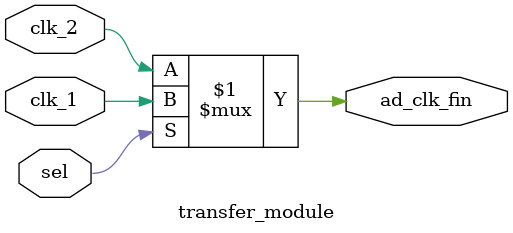
<source format=v>
`timescale 1ns / 1ps


module transfer_module(
    input sel,
    input clk_1,
    input clk_2,
    
    output ad_clk_fin
    );
    
    assign ad_clk_fin = (sel)? clk_1:clk_2;
    
endmodule

</source>
